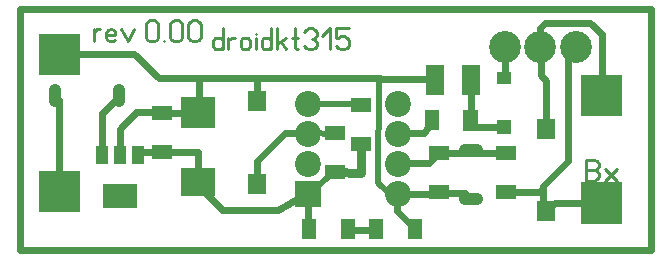
<source format=gbr>
%FSLAX34Y34*%
%MOMM*%
%LNCOPPER_TOP*%
G71*
G01*
%ADD10R, 1.80X1.30*%
%ADD11C, 1.00*%
%ADD12R, 3.00X1.80*%
%ADD13C, 2.20*%
%ADD14C, 0.50*%
%ADD15R, 1.50X2.60*%
%ADD16R, 1.60X1.80*%
%ADD17C, 0.60*%
%ADD18C, 0.22*%
%ADD19R, 1.20X1.15*%
%ADD20R, 1.20X1.10*%
%ADD21R, 1.70X1.30*%
%ADD22R, 1.30X1.80*%
%ADD23C, 2.70*%
%ADD24R, 3.00X2.00*%
%ADD25R, 1.00X1.50*%
%ADD26C, 0.80*%
%ADD27R, 1.30X1.70*%
%LPD*%
G36*
X55500Y957500D02*
X90500Y957500D01*
X90500Y922500D01*
X55500Y922500D01*
X55500Y957500D01*
G37*
G36*
X55500Y841500D02*
X90500Y841500D01*
X90500Y806500D01*
X55500Y806500D01*
X55500Y841500D01*
G37*
G36*
X514500Y831500D02*
X549500Y831500D01*
X549500Y796500D01*
X514500Y796500D01*
X514500Y831500D01*
G37*
X160000Y890000D02*
G54D10*
D03*
X160000Y857000D02*
G54D10*
D03*
X160000Y857000D02*
G54D10*
D03*
X160000Y890000D02*
G54D10*
D03*
G36*
X514500Y922500D02*
X549500Y922500D01*
X549500Y887500D01*
X514500Y887500D01*
X514500Y922500D01*
G37*
G54D11*
X426000Y817000D02*
X416000Y817000D01*
G54D11*
X426000Y858750D02*
X416000Y858750D01*
G54D11*
X69000Y910000D02*
X69000Y900000D01*
G54D11*
X123450Y910000D02*
X123450Y900000D01*
X190000Y835000D02*
G54D12*
D03*
X190000Y895325D02*
G54D12*
D03*
X190000Y828650D02*
G54D12*
D03*
X190000Y885800D02*
G54D12*
D03*
X283000Y898000D02*
G54D13*
D03*
X283000Y872600D02*
G54D13*
D03*
X283000Y847200D02*
G54D13*
D03*
G36*
X272000Y832800D02*
X294000Y832800D01*
X294000Y810800D01*
X272000Y810800D01*
X272000Y832800D01*
G37*
X359200Y821800D02*
G54D13*
D03*
X359200Y847200D02*
G54D13*
D03*
X359200Y872600D02*
G54D13*
D03*
X359200Y898000D02*
G54D13*
D03*
G54D14*
X356000Y818000D02*
X342768Y831232D01*
X343273Y919451D01*
G54D14*
X283000Y873000D02*
X306914Y872506D01*
G54D14*
X283000Y822000D02*
X283684Y822000D01*
X308105Y842650D01*
G54D14*
X283000Y898000D02*
X315544Y898000D01*
X329047Y898097D01*
X391000Y918000D02*
G54D15*
D03*
X421000Y918000D02*
G54D15*
D03*
X451000Y856000D02*
G54D10*
D03*
X451000Y823059D02*
G54D10*
D03*
X240000Y900000D02*
G54D16*
D03*
X240000Y830150D02*
G54D16*
D03*
G54D17*
X283000Y873000D02*
X263950Y873000D01*
X240138Y849188D01*
X240138Y830138D01*
G54D17*
X190000Y829000D02*
X210638Y808362D01*
X258262Y808362D01*
X282075Y822650D01*
G54D17*
X154000Y857000D02*
X190515Y857000D01*
X190515Y834806D01*
G54D17*
X154000Y890000D02*
X190610Y890000D01*
X190610Y895636D01*
X485000Y807000D02*
G54D16*
D03*
X485000Y876850D02*
G54D16*
D03*
G54D17*
X532000Y814000D02*
X492491Y814000D01*
X485603Y807112D01*
G54D17*
X482000Y826000D02*
X482000Y828381D01*
X503034Y849416D01*
X503034Y946077D01*
X502824Y946287D01*
G54D17*
X485000Y877000D02*
X485000Y917585D01*
X480597Y921988D01*
X480597Y944849D01*
X479612Y945834D01*
G54D17*
X480000Y946000D02*
X480000Y962443D01*
X484160Y966603D01*
X522260Y966603D01*
X531785Y957078D01*
X531785Y904688D01*
G54D18*
X519000Y833000D02*
X519000Y850778D01*
X525667Y850778D01*
X528333Y849667D01*
X529667Y847444D01*
X529667Y845222D01*
X528333Y843000D01*
X525667Y841889D01*
X528333Y840778D01*
X529667Y838556D01*
X529667Y836333D01*
X528333Y834111D01*
X525667Y833000D01*
X519000Y833000D01*
G54D18*
X519000Y841889D02*
X525667Y841889D01*
G54D18*
X534556Y843000D02*
X545223Y833000D01*
G54D18*
X534556Y833000D02*
X545223Y843000D01*
X449000Y878000D02*
G54D19*
D03*
X449000Y919750D02*
G54D20*
D03*
X328000Y897000D02*
G54D21*
D03*
X328000Y864059D02*
G54D21*
D03*
X306000Y873000D02*
G54D21*
D03*
X306000Y840059D02*
G54D21*
D03*
X394000Y856000D02*
G54D21*
D03*
X394000Y823059D02*
G54D21*
D03*
G54D17*
X359000Y873000D02*
X381382Y873000D01*
X387364Y881373D01*
G54D17*
X359000Y848000D02*
X385988Y848000D01*
X393925Y855938D01*
X451075Y855938D01*
G54D17*
X359000Y822000D02*
X393528Y822000D01*
X393925Y822397D01*
X415753Y822397D01*
X421150Y817000D01*
G54D17*
X451000Y823000D02*
X479178Y823000D01*
X482353Y826175D01*
X482353Y810990D01*
X485566Y807778D01*
G36*
X414500Y893000D02*
X427500Y893000D01*
X427500Y875000D01*
X414500Y875000D01*
X414500Y893000D01*
G37*
X388059Y884000D02*
G54D22*
D03*
X450000Y946000D02*
G54D23*
D03*
X480000Y946000D02*
G54D23*
D03*
X510000Y946000D02*
G54D23*
D03*
X124000Y820000D02*
G54D24*
D03*
X139000Y855000D02*
G54D25*
D03*
X124000Y855000D02*
G54D25*
D03*
X109000Y855000D02*
G54D25*
D03*
G54D17*
X160000Y857000D02*
X141180Y857000D01*
X138790Y854610D01*
G54D17*
X124000Y855000D02*
X124000Y876771D01*
X137987Y890759D01*
X159241Y890759D01*
X160115Y889885D01*
G54D17*
X69000Y905000D02*
X72577Y901423D01*
X72577Y823385D01*
G54D17*
X124000Y905000D02*
X109230Y890229D01*
X109230Y854301D01*
G54D26*
X328000Y864000D02*
X327971Y839600D01*
X306264Y839994D01*
G54D18*
X211000Y944000D02*
X211000Y961778D01*
G54D18*
X211000Y951111D02*
X209667Y953333D01*
X207000Y954000D01*
X204333Y953333D01*
X203000Y951111D01*
X203000Y946667D01*
X204333Y944444D01*
X207000Y944000D01*
X209667Y944444D01*
X211000Y946667D01*
G54D18*
X215889Y944000D02*
X215889Y954000D01*
G54D18*
X215889Y951778D02*
X218556Y954000D01*
X221222Y954000D01*
G54D18*
X234111Y946667D02*
X234111Y951111D01*
X232778Y953333D01*
X230111Y954000D01*
X227444Y953333D01*
X226111Y951111D01*
X226111Y946667D01*
X227444Y944444D01*
X230111Y944000D01*
X232778Y944444D01*
X234111Y946667D01*
G54D18*
X239000Y944000D02*
X239000Y954000D01*
G54D18*
X239000Y957333D02*
X239000Y957333D01*
G54D18*
X251889Y944000D02*
X251889Y961778D01*
G54D18*
X251889Y951111D02*
X250556Y953333D01*
X247889Y954000D01*
X245222Y953333D01*
X243889Y951111D01*
X243889Y946667D01*
X245222Y944444D01*
X247889Y944000D01*
X250556Y944444D01*
X251889Y946667D01*
G54D18*
X256778Y944000D02*
X256778Y961778D01*
G54D18*
X260778Y950667D02*
X264778Y944000D01*
G54D18*
X256778Y948444D02*
X264778Y954000D01*
G54D18*
X272334Y961778D02*
X272334Y945111D01*
X273667Y944000D01*
X275000Y944444D01*
G54D18*
X269667Y954000D02*
X275000Y954000D01*
G54D18*
X279889Y958444D02*
X281222Y960667D01*
X283889Y961778D01*
X286556Y961778D01*
X289222Y960667D01*
X290556Y958444D01*
X290556Y956222D01*
X289222Y954000D01*
X286556Y952889D01*
X289222Y951778D01*
X290556Y949556D01*
X290556Y947333D01*
X289222Y945111D01*
X286556Y944000D01*
X283889Y944000D01*
X281222Y945111D01*
X279889Y947333D01*
G54D18*
X295445Y955111D02*
X302112Y961778D01*
X302112Y944000D01*
G54D18*
X317668Y961778D02*
X307001Y961778D01*
X307001Y954000D01*
X308334Y954000D01*
X311001Y955111D01*
X313668Y955111D01*
X316334Y954000D01*
X317668Y951778D01*
X317668Y947333D01*
X316334Y945111D01*
X313668Y944000D01*
X311001Y944000D01*
X308334Y945111D01*
X307001Y947333D01*
G54D18*
X102000Y951000D02*
X102000Y961000D01*
G54D18*
X102000Y958778D02*
X104667Y961000D01*
X107333Y961000D01*
G54D18*
X120222Y952111D02*
X118089Y951000D01*
X115422Y951000D01*
X112755Y952111D01*
X112222Y954333D01*
X112222Y958111D01*
X113555Y960333D01*
X116222Y961000D01*
X118889Y960333D01*
X120222Y958778D01*
X120222Y956556D01*
X112222Y956556D01*
G54D18*
X125111Y961000D02*
X130444Y951000D01*
X135778Y961000D01*
G54D18*
X156490Y965444D02*
X156490Y954333D01*
X155156Y952111D01*
X152490Y951000D01*
X149823Y951000D01*
X147156Y952111D01*
X145823Y954333D01*
X145823Y965444D01*
X147156Y967667D01*
X149823Y968778D01*
X152490Y968778D01*
X155156Y967667D01*
X156490Y965444D01*
G54D18*
X161379Y951000D02*
X161379Y951000D01*
G54D18*
X176935Y965444D02*
X176935Y954333D01*
X175601Y952111D01*
X172935Y951000D01*
X170268Y951000D01*
X167601Y952111D01*
X166268Y954333D01*
X166268Y965444D01*
X167601Y967667D01*
X170268Y968778D01*
X172935Y968778D01*
X175601Y967667D01*
X176935Y965444D01*
G54D18*
X192491Y965444D02*
X192491Y954333D01*
X191157Y952111D01*
X188491Y951000D01*
X185824Y951000D01*
X183157Y952111D01*
X181824Y954333D01*
X181824Y965444D01*
X183157Y967667D01*
X185824Y968778D01*
X188491Y968778D01*
X191157Y967667D01*
X192491Y965444D01*
G54D17*
X450000Y946000D02*
X450000Y921160D01*
X448177Y919337D01*
G54D17*
X449000Y878000D02*
X426651Y878000D01*
X421006Y883645D01*
X421006Y899504D01*
X421263Y917846D01*
G54D17*
X343000Y919000D02*
X390000Y919000D01*
G54D17*
X344000Y920000D02*
X157000Y920000D01*
X136000Y940000D01*
X73000Y940000D01*
G54D17*
X191000Y889000D02*
X191000Y920000D01*
G54D17*
X240000Y901000D02*
X240000Y920000D01*
X317000Y792000D02*
G54D27*
D03*
X284059Y792000D02*
G54D27*
D03*
X374000Y792000D02*
G54D27*
D03*
X341059Y792000D02*
G54D27*
D03*
G54D17*
X39000Y978000D02*
X574000Y978000D01*
X574000Y774000D01*
X39000Y774000D01*
X39000Y978000D01*
G54D17*
X317000Y791000D02*
X340000Y791000D01*
G54D17*
X283000Y822000D02*
X283000Y793000D01*
X284000Y792000D01*
G54D17*
X359000Y822000D02*
X359000Y807000D01*
X375000Y791000D01*
M02*

</source>
